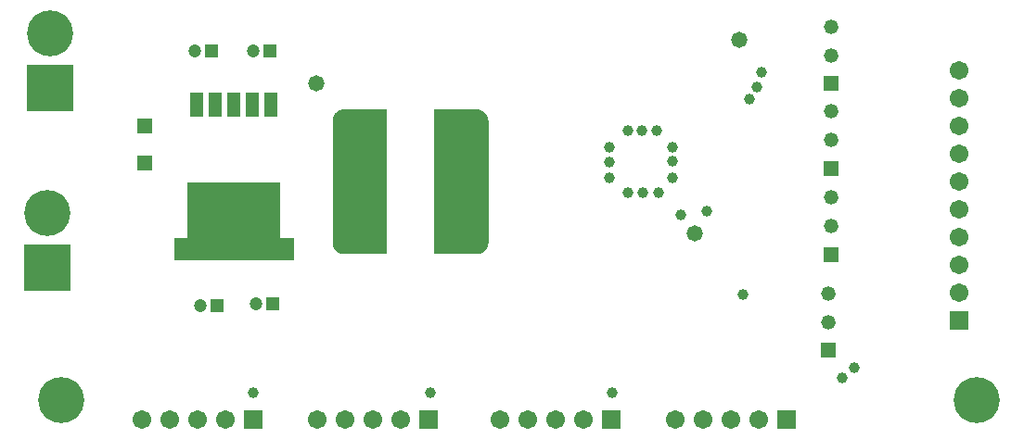
<source format=gbr>
%TF.GenerationSoftware,Altium Limited,Altium Designer,24.6.1 (21)*%
G04 Layer_Color=16711935*
%FSLAX45Y45*%
%MOMM*%
%TF.SameCoordinates,C77CD831-7174-4571-8234-5D84135F7459*%
%TF.FilePolarity,Negative*%
%TF.FileFunction,Soldermask,Bot*%
%TF.Part,Single*%
G01*
G75*
%TA.AperFunction,ComponentPad*%
%ADD25R,1.32080X1.32080*%
%ADD26C,1.32080*%
%TA.AperFunction,SMDPad,CuDef*%
%ADD40R,1.45320X1.45320*%
%ADD41R,3.95320X12.20320*%
%ADD42R,1.17160X2.26160*%
%ADD43R,8.43160X7.09160*%
%TA.AperFunction,ViaPad*%
%ADD50C,1.00320*%
%ADD51C,4.20320*%
%TA.AperFunction,ComponentPad*%
%ADD52C,1.20320*%
%ADD53R,1.20320X1.20320*%
%ADD54R,4.20320X4.20320*%
%ADD55C,4.20320*%
%ADD56C,1.70320*%
%ADD57R,1.70320X1.70320*%
%ADD58R,1.70320X1.70320*%
%TA.AperFunction,ViaPad*%
%ADD59C,1.47320*%
G36*
X6703081Y5536182D02*
X6712090D01*
X6712423Y5536160D01*
X6712756D01*
X6713087Y5536117D01*
X6713419Y5536095D01*
X6713745Y5536030D01*
X6714077Y5535986D01*
X6731790Y5532463D01*
X6732112Y5532377D01*
X6732439Y5532312D01*
X6732754Y5532205D01*
X6733076Y5532118D01*
X6733386Y5531990D01*
X6733700Y5531883D01*
X6750386Y5524972D01*
X6750684Y5524825D01*
X6750992Y5524697D01*
X6751282Y5524530D01*
X6751580Y5524383D01*
X6751855Y5524199D01*
X6752146Y5524031D01*
X6767163Y5513997D01*
X6767427Y5513794D01*
X6767705Y5513609D01*
X6767954Y5513390D01*
X6768219Y5513187D01*
X6768456Y5512950D01*
X6768706Y5512731D01*
X6781476Y5499960D01*
X6781695Y5499711D01*
X6781932Y5499474D01*
X6782136Y5499208D01*
X6782354Y5498959D01*
X6782539Y5498683D01*
X6782743Y5498417D01*
X6792777Y5483400D01*
X6792944Y5483110D01*
X6793128Y5482835D01*
X6793275Y5482536D01*
X6793442Y5482247D01*
X6793570Y5481938D01*
X6793717Y5481640D01*
X6800629Y5464955D01*
X6800736Y5464639D01*
X6800864Y5464331D01*
X6800950Y5464008D01*
X6801057Y5463693D01*
X6801122Y5463368D01*
X6801208Y5463045D01*
X6804732Y5445331D01*
X6804776Y5445000D01*
X6804840Y5444674D01*
X6804862Y5444341D01*
X6804906Y5444011D01*
Y5443678D01*
X6804927Y5443345D01*
Y5437929D01*
X6805407Y5436957D01*
X6805835Y5435695D01*
X6806095Y5434389D01*
X6806182Y5433060D01*
Y4318000D01*
Y4308970D01*
X6806160Y4308636D01*
Y4308304D01*
X6806117Y4307973D01*
X6806095Y4307641D01*
X6806030Y4307315D01*
X6805986Y4306983D01*
X6802463Y4289270D01*
X6802377Y4288947D01*
X6802312Y4288621D01*
X6802205Y4288306D01*
X6802118Y4287983D01*
X6801990Y4287674D01*
X6801883Y4287359D01*
X6794972Y4270674D01*
X6794825Y4270376D01*
X6794697Y4270067D01*
X6794530Y4269778D01*
X6794383Y4269480D01*
X6794199Y4269204D01*
X6794031Y4268914D01*
X6783997Y4253897D01*
X6783794Y4253633D01*
X6783609Y4253355D01*
X6783390Y4253105D01*
X6783187Y4252840D01*
X6782950Y4252604D01*
X6782731Y4252354D01*
X6769960Y4239583D01*
X6769711Y4239364D01*
X6769474Y4239128D01*
X6769208Y4238924D01*
X6768959Y4238705D01*
X6768683Y4238521D01*
X6768417Y4238317D01*
X6753400Y4228283D01*
X6753110Y4228116D01*
X6752835Y4227932D01*
X6752536Y4227785D01*
X6752247Y4227617D01*
X6751938Y4227490D01*
X6751640Y4227343D01*
X6734955Y4220431D01*
X6734639Y4220324D01*
X6734331Y4220196D01*
X6734008Y4220109D01*
X6733693Y4220003D01*
X6733367Y4219938D01*
X6733044Y4219851D01*
X6715331Y4216328D01*
X6715000Y4216284D01*
X6714674Y4216220D01*
X6714341Y4216198D01*
X6714011Y4216154D01*
X6713678D01*
X6713345Y4216133D01*
X6704315D01*
X6702986Y4216220D01*
X6701679Y4216480D01*
X6701271Y4216618D01*
X6321000D01*
X6319671Y4216705D01*
X6318365Y4216965D01*
X6317104Y4217393D01*
X6315909Y4217982D01*
X6314802Y4218722D01*
X6313800Y4219600D01*
X6312922Y4220602D01*
X6312182Y4221709D01*
X6311593Y4222904D01*
X6311165Y4224165D01*
X6310905Y4225471D01*
X6310818Y4226800D01*
Y5526800D01*
X6310819Y5526810D01*
X6310818Y5526821D01*
X6310863Y5527482D01*
X6310905Y5528129D01*
X6310907Y5528139D01*
X6310908Y5528150D01*
X6311035Y5528781D01*
X6311165Y5529435D01*
X6311169Y5529446D01*
X6311171Y5529456D01*
X6311379Y5530065D01*
X6311593Y5530696D01*
X6311598Y5530706D01*
X6311601Y5530716D01*
X6311897Y5531313D01*
X6312182Y5531891D01*
X6312188Y5531900D01*
X6312193Y5531909D01*
X6312579Y5532485D01*
X6312922Y5532998D01*
X6312929Y5533006D01*
X6312935Y5533015D01*
X6313390Y5533531D01*
X6313800Y5534000D01*
X6313808Y5534006D01*
X6313815Y5534015D01*
X6314301Y5534438D01*
X6314802Y5534878D01*
X6314811Y5534884D01*
X6314819Y5534891D01*
X6315350Y5535244D01*
X6315909Y5535618D01*
X6315919Y5535622D01*
X6315928Y5535628D01*
X6316502Y5535910D01*
X6317104Y5536207D01*
X6317114Y5536210D01*
X6317124Y5536215D01*
X6317757Y5536428D01*
X6318365Y5536635D01*
X6318374Y5536637D01*
X6318385Y5536640D01*
X6319061Y5536773D01*
X6319671Y5536895D01*
X6319682Y5536895D01*
X6319692Y5536897D01*
X6320360Y5536940D01*
X6321000Y5536982D01*
X6321010Y5536981D01*
X6321021Y5536982D01*
X6703081Y5536182D01*
D02*
G37*
G36*
X5489014Y5537380D02*
X5490321Y5537120D01*
X5490729Y5536982D01*
X5871000D01*
X5872329Y5536895D01*
X5873635Y5536635D01*
X5874896Y5536207D01*
X5876091Y5535618D01*
X5877198Y5534878D01*
X5878200Y5534000D01*
X5879078Y5532998D01*
X5879818Y5531891D01*
X5880407Y5530696D01*
X5880835Y5529435D01*
X5881095Y5528129D01*
X5881182Y5526800D01*
Y4226800D01*
X5881095Y4225471D01*
X5880835Y4224165D01*
X5880407Y4222904D01*
X5879818Y4221709D01*
X5879078Y4220602D01*
X5878200Y4219600D01*
X5877198Y4218722D01*
X5876091Y4217982D01*
X5874896Y4217393D01*
X5873635Y4216965D01*
X5872329Y4216705D01*
X5871000Y4216618D01*
X5489740D01*
X5488411Y4216705D01*
X5487105Y4216965D01*
X5485843Y4217393D01*
X5485793Y4217418D01*
X5479910D01*
X5479576Y4217440D01*
X5479244D01*
X5478913Y4217483D01*
X5478581Y4217505D01*
X5478254Y4217570D01*
X5477923Y4217614D01*
X5460210Y4221137D01*
X5459888Y4221223D01*
X5459561Y4221288D01*
X5459245Y4221395D01*
X5458924Y4221482D01*
X5458615Y4221609D01*
X5458299Y4221716D01*
X5441614Y4228628D01*
X5441316Y4228775D01*
X5441007Y4228903D01*
X5440718Y4229070D01*
X5440420Y4229217D01*
X5440144Y4229401D01*
X5439854Y4229569D01*
X5424837Y4239603D01*
X5424573Y4239805D01*
X5424295Y4239991D01*
X5424045Y4240210D01*
X5423780Y4240413D01*
X5423544Y4240650D01*
X5423294Y4240869D01*
X5410523Y4253639D01*
X5410304Y4253889D01*
X5410068Y4254126D01*
X5409864Y4254391D01*
X5409645Y4254641D01*
X5409461Y4254917D01*
X5409257Y4255182D01*
X5399223Y4270199D01*
X5399056Y4270490D01*
X5398872Y4270765D01*
X5398725Y4271063D01*
X5398557Y4271353D01*
X5398430Y4271661D01*
X5398283Y4271959D01*
X5391371Y4288645D01*
X5391264Y4288961D01*
X5391136Y4289269D01*
X5391049Y4289592D01*
X5390943Y4289906D01*
X5390878Y4290232D01*
X5390791Y4290555D01*
X5387268Y4308269D01*
X5387224Y4308600D01*
X5387160Y4308926D01*
X5387138Y4309259D01*
X5387094Y4309589D01*
Y4309922D01*
X5387073Y4310255D01*
Y4315671D01*
X5386593Y4316643D01*
X5386165Y4317905D01*
X5385905Y4319211D01*
X5385818Y4320540D01*
Y5435600D01*
Y5444630D01*
X5385840Y5444963D01*
Y5445296D01*
X5385883Y5445627D01*
X5385905Y5445959D01*
X5385970Y5446285D01*
X5386014Y5446616D01*
X5389537Y5464330D01*
X5389623Y5464652D01*
X5389688Y5464979D01*
X5389795Y5465295D01*
X5389882Y5465616D01*
X5390009Y5465925D01*
X5390116Y5466240D01*
X5397028Y5482926D01*
X5397175Y5483224D01*
X5397303Y5483532D01*
X5397470Y5483822D01*
X5397617Y5484120D01*
X5397801Y5484395D01*
X5397969Y5484686D01*
X5408003Y5499703D01*
X5408205Y5499967D01*
X5408391Y5500245D01*
X5408610Y5500494D01*
X5408813Y5500759D01*
X5409050Y5500996D01*
X5409269Y5501246D01*
X5422039Y5514016D01*
X5422289Y5514235D01*
X5422526Y5514472D01*
X5422791Y5514676D01*
X5423041Y5514894D01*
X5423317Y5515079D01*
X5423582Y5515283D01*
X5438599Y5525317D01*
X5438890Y5525484D01*
X5439165Y5525668D01*
X5439463Y5525815D01*
X5439753Y5525982D01*
X5440061Y5526110D01*
X5440359Y5526257D01*
X5457045Y5533169D01*
X5457361Y5533276D01*
X5457669Y5533404D01*
X5457992Y5533490D01*
X5458306Y5533597D01*
X5458632Y5533662D01*
X5458955Y5533748D01*
X5476668Y5537272D01*
X5477000Y5537316D01*
X5477326Y5537380D01*
X5477659Y5537402D01*
X5477989Y5537446D01*
X5478322D01*
X5478655Y5537467D01*
X5487685D01*
X5489014Y5537380D01*
D02*
G37*
G36*
X5028180Y4161190D02*
X4878020D01*
Y4362350D01*
X5028180D01*
Y4161190D01*
D02*
G37*
G36*
X4098180D02*
X3938020D01*
Y4362350D01*
X4098180D01*
Y4161190D01*
D02*
G37*
D25*
X9931400Y5772501D02*
D03*
Y4210401D02*
D03*
X9906000Y3334101D02*
D03*
X9931400Y4997801D02*
D03*
D26*
Y6032500D02*
D03*
Y6292499D02*
D03*
Y4730399D02*
D03*
Y4470400D02*
D03*
X9906000Y3854099D02*
D03*
Y3594100D02*
D03*
X9931400Y5517799D02*
D03*
Y5257800D02*
D03*
D40*
X3670300Y5389702D02*
D03*
Y5049698D02*
D03*
D41*
X5633502Y4876800D02*
D03*
X6558498D02*
D03*
D42*
X4143101Y5583271D02*
D03*
X4313103D02*
D03*
X4483603D02*
D03*
X4653102D02*
D03*
X4823099D02*
D03*
D43*
X4483100Y4515769D02*
D03*
D50*
X7912100Y5194300D02*
D03*
Y5054600D02*
D03*
Y4914900D02*
D03*
X8077200Y4775200D02*
D03*
X8216900D02*
D03*
X8356600D02*
D03*
X8483600Y4914900D02*
D03*
Y5067300D02*
D03*
Y5194300D02*
D03*
X8343900Y5346700D02*
D03*
X8204200D02*
D03*
X8077200D02*
D03*
X4660900Y2943627D02*
D03*
X6273800Y2946400D02*
D03*
X7937500D02*
D03*
X9192900Y5627633D02*
D03*
X9127500Y3848100D02*
D03*
X9256400Y5737843D02*
D03*
X9300700Y5880100D02*
D03*
X10033000Y3086100D02*
D03*
X10147300Y3175000D02*
D03*
X8566887Y4572000D02*
D03*
X8797688Y4609610D02*
D03*
D51*
X2908300Y2882900D02*
D03*
X11264900D02*
D03*
D52*
X4687499Y3759200D02*
D03*
X4179499Y3746500D02*
D03*
X4662099Y6070600D02*
D03*
X4127500D02*
D03*
D53*
X4837501Y3759200D02*
D03*
X4329501Y3746500D02*
D03*
X4812101Y6070600D02*
D03*
X4277502D02*
D03*
D54*
X2806700Y5731698D02*
D03*
X2781300Y4093398D02*
D03*
D55*
X2806700Y6231702D02*
D03*
X2781300Y4593402D02*
D03*
D56*
X6908800Y2705100D02*
D03*
X7162800D02*
D03*
X7416800D02*
D03*
X7670800D02*
D03*
X5245100D02*
D03*
X5499100D02*
D03*
X5753100D02*
D03*
X6007100D02*
D03*
X3644900D02*
D03*
X3898900D02*
D03*
X4152900D02*
D03*
X4406900D02*
D03*
X8509000D02*
D03*
X8763000D02*
D03*
X9017000D02*
D03*
X9271000D02*
D03*
X11099800Y4876800D02*
D03*
Y3860800D02*
D03*
Y4114800D02*
D03*
Y4368800D02*
D03*
Y4622800D02*
D03*
Y5131801D02*
D03*
Y5639801D02*
D03*
Y5385801D02*
D03*
Y5894802D02*
D03*
D57*
X7924800Y2705100D02*
D03*
X6261100D02*
D03*
X4660900D02*
D03*
X9525000D02*
D03*
D58*
X11099800Y3606800D02*
D03*
D59*
X5232400Y5778500D02*
D03*
X8686800Y4406900D02*
D03*
X9095151Y6175675D02*
D03*
%TF.MD5,c7cc7cc10e905061121b7b7e83055131*%
M02*

</source>
